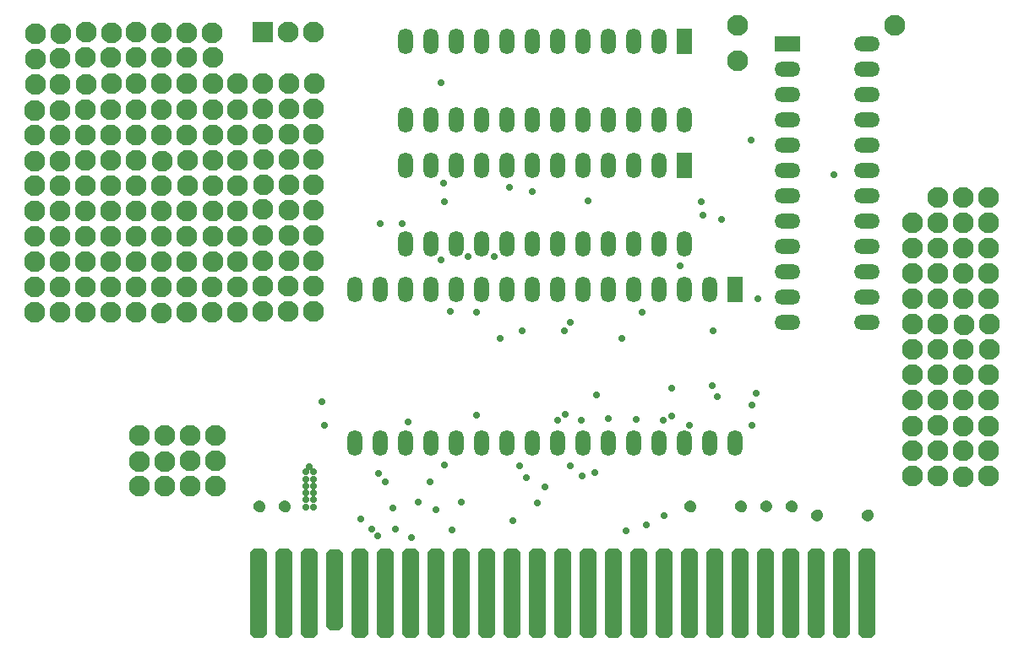
<source format=gts>
G04*
G04 #@! TF.GenerationSoftware,Altium Limited,Altium Designer,19.0.7 (175)*
G04*
G04 Layer_Color=8388736*
%FSLAX25Y25*%
%MOIN*%
G70*
G01*
G75*
%ADD11C,0.02362*%
%ADD12R,0.00787X0.00787*%
%ADD13R,0.00787X0.00787*%
G04:AMPARAMS|DCode=14|XSize=69.94mil|YSize=318.94mil|CornerRadius=0mil|HoleSize=0mil|Usage=FLASHONLY|Rotation=0.000|XOffset=0mil|YOffset=0mil|HoleType=Round|Shape=Octagon|*
%AMOCTAGOND14*
4,1,8,-0.01748,0.15947,0.01748,0.15947,0.03497,0.14198,0.03497,-0.14198,0.01748,-0.15947,-0.01748,-0.15947,-0.03497,-0.14198,-0.03497,0.14198,-0.01748,0.15947,0.0*
%
%ADD14OCTAGOND14*%

G04:AMPARAMS|DCode=15|XSize=69.94mil|YSize=353.94mil|CornerRadius=0mil|HoleSize=0mil|Usage=FLASHONLY|Rotation=0.000|XOffset=0mil|YOffset=0mil|HoleType=Round|Shape=Octagon|*
%AMOCTAGOND15*
4,1,8,-0.01748,0.17697,0.01748,0.17697,0.03497,0.15948,0.03497,-0.15948,0.01748,-0.17697,-0.01748,-0.17697,-0.03497,-0.15948,-0.03497,0.15948,-0.01748,0.17697,0.0*
%
%ADD15OCTAGOND15*%

%ADD16C,0.08268*%
%ADD17R,0.08268X0.08268*%
%ADD18O,0.05906X0.10236*%
%ADD19R,0.05906X0.10236*%
%ADD20R,0.10236X0.05906*%
%ADD21O,0.10236X0.05906*%
%ADD22C,0.02756*%
D11*
X106850Y-196555D02*
X106406Y-195632D01*
X105406Y-195404D01*
X104605Y-196043D01*
Y-197068D01*
X105406Y-197707D01*
X106406Y-197478D01*
X106850Y-196555D01*
X96850D02*
X96406Y-195632D01*
X95407Y-195404D01*
X94605Y-196043D01*
Y-197068D01*
X95407Y-197707D01*
X96406Y-197478D01*
X96850Y-196555D01*
X266850D02*
X266406Y-195632D01*
X265406Y-195404D01*
X264605Y-196043D01*
Y-197068D01*
X265406Y-197707D01*
X266406Y-197478D01*
X266850Y-196555D01*
X336850Y-200000D02*
X336406Y-199077D01*
X335406Y-198848D01*
X334605Y-199487D01*
Y-200513D01*
X335406Y-201151D01*
X336406Y-200923D01*
X336850Y-200000D01*
X306850Y-196555D02*
X306406Y-195632D01*
X305406Y-195404D01*
X304605Y-196043D01*
Y-197068D01*
X305406Y-197707D01*
X306406Y-197478D01*
X306850Y-196555D01*
X286850D02*
X286406Y-195632D01*
X285406Y-195404D01*
X284605Y-196043D01*
Y-197068D01*
X285406Y-197707D01*
X286406Y-197478D01*
X286850Y-196555D01*
X296850Y-196457D02*
X296406Y-195533D01*
X295407Y-195305D01*
X294605Y-195944D01*
Y-196969D01*
X295407Y-197608D01*
X296406Y-197380D01*
X296850Y-196457D01*
X316850Y-200000D02*
X316406Y-199077D01*
X315406Y-198848D01*
X314605Y-199487D01*
Y-200513D01*
X315406Y-201151D01*
X316406Y-200923D01*
X316850Y-200000D01*
D12*
X107146Y-196555D02*
D03*
D13*
X95669Y-198031D02*
D03*
X265669D02*
D03*
X335669Y-198524D02*
D03*
X305669Y-198031D02*
D03*
X285669Y-195079D02*
D03*
X295669Y-194980D02*
D03*
X315669Y-201476D02*
D03*
D14*
X125669Y-229602D02*
D03*
D15*
X255669Y-231102D02*
D03*
X145669D02*
D03*
X215669D02*
D03*
X275669D02*
D03*
X205669D02*
D03*
X265669D02*
D03*
X225669D02*
D03*
X195669D02*
D03*
X175669D02*
D03*
X185669D02*
D03*
X235669D02*
D03*
X285669D02*
D03*
X155669D02*
D03*
X245669D02*
D03*
X165669D02*
D03*
X305669D02*
D03*
X295669D02*
D03*
X335669D02*
D03*
X325669D02*
D03*
X315669D02*
D03*
X135669D02*
D03*
X105669D02*
D03*
X95669D02*
D03*
X115669D02*
D03*
D16*
X117323Y-9139D02*
D03*
X107323D02*
D03*
X77497Y-19443D02*
D03*
X7480Y-19814D02*
D03*
X27528Y-30000D02*
D03*
X17351Y-29921D02*
D03*
X7607Y-30000D02*
D03*
X57323Y-19449D02*
D03*
X67323D02*
D03*
X47323D02*
D03*
X37323Y-19443D02*
D03*
X27323Y-19377D02*
D03*
X17323Y-19715D02*
D03*
X27716Y-9456D02*
D03*
X17717Y-9793D02*
D03*
X7717Y-9817D02*
D03*
X284646Y-20472D02*
D03*
X37402Y-9614D02*
D03*
Y-29606D02*
D03*
X47323Y-9437D02*
D03*
X47146Y-29528D02*
D03*
X57323Y-29606D02*
D03*
X67323D02*
D03*
X77559D02*
D03*
X87323D02*
D03*
X117531Y-29528D02*
D03*
X107418D02*
D03*
X97244Y-29606D02*
D03*
X373622Y-74646D02*
D03*
X383622Y-74724D02*
D03*
Y-84720D02*
D03*
X373622D02*
D03*
Y-104724D02*
D03*
X383622D02*
D03*
Y-94724D02*
D03*
X373622D02*
D03*
Y-134724D02*
D03*
X383796D02*
D03*
X383622Y-144653D02*
D03*
X373622Y-144718D02*
D03*
X373796Y-124986D02*
D03*
X383796Y-124661D02*
D03*
X383622Y-114772D02*
D03*
X373622D02*
D03*
Y-174724D02*
D03*
X383622D02*
D03*
Y-184724D02*
D03*
X373622Y-185029D02*
D03*
Y-164803D02*
D03*
X383622D02*
D03*
Y-154704D02*
D03*
X373622Y-154724D02*
D03*
X353581D02*
D03*
X363622Y-154704D02*
D03*
Y-164724D02*
D03*
X353581Y-164803D02*
D03*
Y-184724D02*
D03*
X363622D02*
D03*
Y-174724D02*
D03*
X353622D02*
D03*
Y-114724D02*
D03*
X363622D02*
D03*
Y-124724D02*
D03*
X353622D02*
D03*
Y-144718D02*
D03*
X363622Y-144724D02*
D03*
Y-134724D02*
D03*
X353622D02*
D03*
Y-94724D02*
D03*
X363622D02*
D03*
Y-104724D02*
D03*
X353622Y-104718D02*
D03*
Y-84724D02*
D03*
X363622D02*
D03*
Y-74724D02*
D03*
X284646Y-6693D02*
D03*
X346457Y-6693D02*
D03*
X97244Y-39528D02*
D03*
X107418Y-39521D02*
D03*
X117244Y-39528D02*
D03*
X97418Y-69528D02*
D03*
X107418D02*
D03*
X117244D02*
D03*
Y-79528D02*
D03*
X107418Y-79521D02*
D03*
X97244Y-79456D02*
D03*
X97418Y-59464D02*
D03*
X107418Y-59528D02*
D03*
X117244D02*
D03*
Y-49528D02*
D03*
X107418D02*
D03*
X97244Y-49575D02*
D03*
Y-109528D02*
D03*
X107244D02*
D03*
X117244Y-109646D02*
D03*
Y-119528D02*
D03*
X107244D02*
D03*
X97244D02*
D03*
Y-99606D02*
D03*
X107418D02*
D03*
X117244Y-99528D02*
D03*
Y-89507D02*
D03*
X107418Y-89528D02*
D03*
X97244Y-89507D02*
D03*
X7323Y-40211D02*
D03*
X17323Y-40187D02*
D03*
X27323Y-39850D02*
D03*
X37323Y-39915D02*
D03*
X47323Y-39921D02*
D03*
X7323Y-69921D02*
D03*
X17323D02*
D03*
X27323D02*
D03*
X37323D02*
D03*
X47323D02*
D03*
Y-79921D02*
D03*
X37323Y-79915D02*
D03*
X27323Y-79850D02*
D03*
X17323Y-79921D02*
D03*
X7323D02*
D03*
Y-60183D02*
D03*
X17323D02*
D03*
X27323Y-59858D02*
D03*
X37323Y-59921D02*
D03*
X47323D02*
D03*
Y-49921D02*
D03*
X37323D02*
D03*
X27323D02*
D03*
X17323D02*
D03*
X7323D02*
D03*
Y-110039D02*
D03*
X17323Y-109921D02*
D03*
X27323D02*
D03*
X37323D02*
D03*
X47323D02*
D03*
Y-119921D02*
D03*
X37281D02*
D03*
X27323D02*
D03*
X17323D02*
D03*
X7323D02*
D03*
Y-100000D02*
D03*
X17323D02*
D03*
X27282Y-99921D02*
D03*
X37281Y-100000D02*
D03*
X47323Y-99921D02*
D03*
Y-89901D02*
D03*
X37281Y-89921D02*
D03*
X27323Y-89901D02*
D03*
X17323Y-89921D02*
D03*
X7323D02*
D03*
X57323D02*
D03*
X67323Y-89901D02*
D03*
X77497Y-89921D02*
D03*
X87323Y-89901D02*
D03*
Y-99921D02*
D03*
X77497Y-100000D02*
D03*
X67323D02*
D03*
X57323D02*
D03*
Y-120226D02*
D03*
X67323Y-119921D02*
D03*
X77323D02*
D03*
X87323D02*
D03*
Y-110039D02*
D03*
X77323Y-109921D02*
D03*
X67323D02*
D03*
X57323D02*
D03*
Y-49969D02*
D03*
X67323D02*
D03*
X77497Y-49921D02*
D03*
X87323D02*
D03*
Y-59921D02*
D03*
X77497D02*
D03*
X67497Y-59858D02*
D03*
X57497Y-60183D02*
D03*
X57323Y-79915D02*
D03*
X67323Y-79850D02*
D03*
X77497Y-79915D02*
D03*
X87323Y-79921D02*
D03*
Y-69921D02*
D03*
X77497D02*
D03*
X67497D02*
D03*
X57323D02*
D03*
X87323Y-39921D02*
D03*
X77497Y-39915D02*
D03*
X67323Y-39921D02*
D03*
X57323D02*
D03*
X77323Y-9614D02*
D03*
X67323D02*
D03*
X57323Y-9536D02*
D03*
X48487Y-168656D02*
D03*
X58486D02*
D03*
X68486D02*
D03*
X78487D02*
D03*
Y-178656D02*
D03*
X68486Y-178593D02*
D03*
X58486Y-178918D02*
D03*
X48487D02*
D03*
X78487Y-188656D02*
D03*
X68486D02*
D03*
X58486D02*
D03*
X48487D02*
D03*
D17*
X97323Y-9139D02*
D03*
D18*
X153543Y-44094D02*
D03*
X163543D02*
D03*
X173543D02*
D03*
X183543D02*
D03*
X193543D02*
D03*
X203543D02*
D03*
X213543D02*
D03*
X223543D02*
D03*
X233543D02*
D03*
X243543D02*
D03*
X253543D02*
D03*
X263543D02*
D03*
X153543Y-12992D02*
D03*
X163543D02*
D03*
X173543D02*
D03*
X183543D02*
D03*
X193543D02*
D03*
X203543D02*
D03*
X213543D02*
D03*
X223543D02*
D03*
X233543D02*
D03*
X243543D02*
D03*
X253543D02*
D03*
X153543Y-92913D02*
D03*
X163543D02*
D03*
X173543D02*
D03*
X183543D02*
D03*
X193543D02*
D03*
X203543D02*
D03*
X213543D02*
D03*
X223543D02*
D03*
X233543D02*
D03*
X243543D02*
D03*
X253543D02*
D03*
X263543D02*
D03*
X153543Y-61811D02*
D03*
X163543D02*
D03*
X173543D02*
D03*
X183543D02*
D03*
X193543D02*
D03*
X203543D02*
D03*
X213543D02*
D03*
X223543D02*
D03*
X233543D02*
D03*
X243543D02*
D03*
X253543D02*
D03*
X273543Y-111024D02*
D03*
X263543D02*
D03*
X253543D02*
D03*
X243543D02*
D03*
X233543D02*
D03*
X223543D02*
D03*
X213543D02*
D03*
X203543D02*
D03*
X193543D02*
D03*
X183543D02*
D03*
X173543D02*
D03*
X163543D02*
D03*
X153543D02*
D03*
X143543D02*
D03*
X133543D02*
D03*
X283543Y-171653D02*
D03*
X273543D02*
D03*
X263543D02*
D03*
X253543D02*
D03*
X243543D02*
D03*
X233543D02*
D03*
X223543D02*
D03*
X213543D02*
D03*
X203543D02*
D03*
X193543D02*
D03*
X183543D02*
D03*
X173543D02*
D03*
X163543D02*
D03*
X153543D02*
D03*
X143543D02*
D03*
X133543D02*
D03*
D19*
X263543Y-12992D02*
D03*
Y-61811D02*
D03*
X283543Y-111024D02*
D03*
D20*
X304331Y-14095D02*
D03*
D21*
Y-24094D02*
D03*
Y-34095D02*
D03*
Y-44094D02*
D03*
Y-54094D02*
D03*
Y-64095D02*
D03*
Y-74094D02*
D03*
Y-84095D02*
D03*
Y-94095D02*
D03*
Y-104095D02*
D03*
Y-114094D02*
D03*
Y-124094D02*
D03*
X335433Y-14095D02*
D03*
Y-24094D02*
D03*
Y-34095D02*
D03*
Y-44094D02*
D03*
Y-54094D02*
D03*
Y-64095D02*
D03*
Y-74094D02*
D03*
Y-84095D02*
D03*
Y-94095D02*
D03*
Y-104095D02*
D03*
Y-114094D02*
D03*
Y-124094D02*
D03*
D22*
X322441Y-65748D02*
D03*
X278346Y-83276D02*
D03*
X167677Y-29298D02*
D03*
X274444Y-148819D02*
D03*
X154724Y-163386D02*
D03*
X276696Y-153205D02*
D03*
X258661Y-150000D02*
D03*
X228740Y-152756D02*
D03*
X274902Y-127166D02*
D03*
X261856Y-101575D02*
D03*
X168506Y-68939D02*
D03*
X194674Y-70472D02*
D03*
X290249Y-164559D02*
D03*
X292520Y-114724D02*
D03*
X290158Y-156693D02*
D03*
X291779Y-151969D02*
D03*
X258661Y-161024D02*
D03*
X289764Y-51968D02*
D03*
X203543Y-72441D02*
D03*
X225590Y-75984D02*
D03*
X152362Y-85039D02*
D03*
X143543D02*
D03*
X265417Y-164567D02*
D03*
X270168Y-76144D02*
D03*
X270962Y-81496D02*
D03*
X121653Y-164559D02*
D03*
X120472Y-155317D02*
D03*
X244488Y-162205D02*
D03*
X246850Y-120079D02*
D03*
X190945Y-130315D02*
D03*
X171260Y-119685D02*
D03*
X181496Y-120079D02*
D03*
X238976Y-130315D02*
D03*
X168898Y-76378D02*
D03*
X199606Y-127166D02*
D03*
X216141D02*
D03*
X216535Y-160236D02*
D03*
X114136Y-196850D02*
D03*
X208661Y-188976D02*
D03*
X117323Y-185827D02*
D03*
X201181Y-185433D02*
D03*
X115669Y-181102D02*
D03*
X135827Y-201575D02*
D03*
X205669Y-195433D02*
D03*
X223228Y-184646D02*
D03*
X218504Y-180709D02*
D03*
X114136Y-183071D02*
D03*
X196063Y-202362D02*
D03*
X117323Y-188583D02*
D03*
X222835Y-162598D02*
D03*
X240551Y-206299D02*
D03*
X248425Y-203937D02*
D03*
X114136Y-185827D02*
D03*
X145669Y-187008D02*
D03*
X155905Y-209055D02*
D03*
X255512Y-200394D02*
D03*
X114136Y-188583D02*
D03*
X181496Y-160630D02*
D03*
X142520Y-208268D02*
D03*
X175669Y-194961D02*
D03*
X149606Y-205512D02*
D03*
X117323Y-183071D02*
D03*
X114136Y-191339D02*
D03*
X172047Y-205906D02*
D03*
X117323Y-191339D02*
D03*
Y-196850D02*
D03*
X255118Y-162598D02*
D03*
X114136Y-194095D02*
D03*
X117323D02*
D03*
X165669Y-198110D02*
D03*
X140157Y-205512D02*
D03*
X142913Y-183465D02*
D03*
X218504Y-124016D02*
D03*
X167618Y-99213D02*
D03*
X188583Y-98032D02*
D03*
X178347D02*
D03*
X163386Y-187008D02*
D03*
X158661Y-194882D02*
D03*
X168898Y-180315D02*
D03*
X148425Y-197244D02*
D03*
X233543Y-161811D02*
D03*
X213543Y-162598D02*
D03*
X228346Y-183446D02*
D03*
X198425Y-180709D02*
D03*
M02*

</source>
